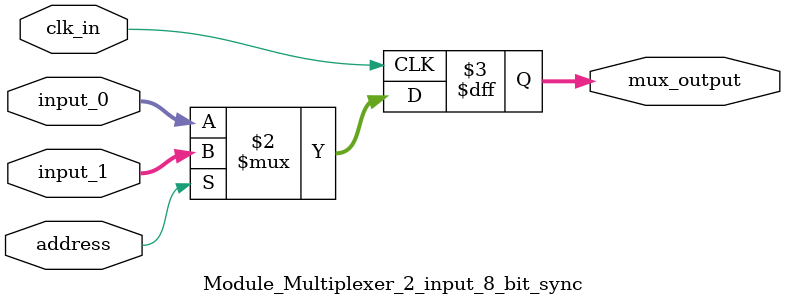
<source format=v>
/*******************************/
/*** Module_FrequencyDivider ***/
/*******************************/

module	Module_FrequencyDivider	(	clk_in,
					period,

					clk_out);

input		clk_in;
input	[29:0]	period;

output		clk_out;

reg		clk_out;

reg	[29:0]	counter;

always @(posedge clk_in) begin
	if (counter >= (period - 1)) begin
		counter <= 0;
		clk_out <= ~clk_out;
	end else
		counter <= counter + 1;
end

endmodule

/****************************/
/*** Module_Counter_8_bit ***/
/****************************/

module	Module_Counter_8_bit	(	clk_in,
					limit,

					out,
					carry);

input		clk_in;
input	[7:0]	limit;

output	[7:0]	out;
output		carry;

reg	[7:0]	out;
reg		carry;

always @(posedge clk_in) begin
	if (out >= (limit - 8'b00000001)) begin
		out <= 0;
		carry <= 1;
	end else if (out == 0) begin
		out <= 1;
		carry <= 0;
	end else
		out <= out + 1;
end

endmodule

/**************************************/
/*** Module_SynchroCounter_8_bit_SR ***/
/**************************************/

module	Module_SynchroCounter_8_bit_SR	(	qzt_clk,
						clk_in,
						reset,
						set,
						presetValue,
						limit,

						out,
						carry);

input		qzt_clk;
input		clk_in;
input		reset;
input		set;
input	[7:0]	presetValue;
input	[7:0]	limit;

output	[7:0]	out;
output		carry;

reg	[7:0]	out;
reg		carry;

reg		clk_in_old;


always @(posedge qzt_clk) begin
	if (reset) begin
		out <= 0;
		carry <= 0;
	end else if (set) begin
		out <= presetValue;
		carry <= 0;
	end else if (!clk_in_old & clk_in) begin
		if (out >= (limit - 8'b00000001)) begin
			out <= 0;
			carry <= 1;
		end else if (out == 0) begin
			out <= 1;
			carry <= 0;
		end else
			out <= out + 1;
	end

	clk_in_old <= clk_in;
end

endmodule

/*********************************************/
/*** Module_Multiplexer_2_input_8_bit_sync ***/
/*********************************************/

module	Module_Multiplexer_2_input_8_bit_sync	(	clk_in,
							address,
							input_0,
							input_1,

							mux_output);

input		clk_in;
input		address;
input	[7:0]	input_0;
input	[7:0]	input_1;

output	[7:0]	mux_output;

reg	[7:0]	mux_output;

always @(posedge clk_in) begin
	mux_output <= (address)? input_1 : input_0;
end

endmodule

</source>
